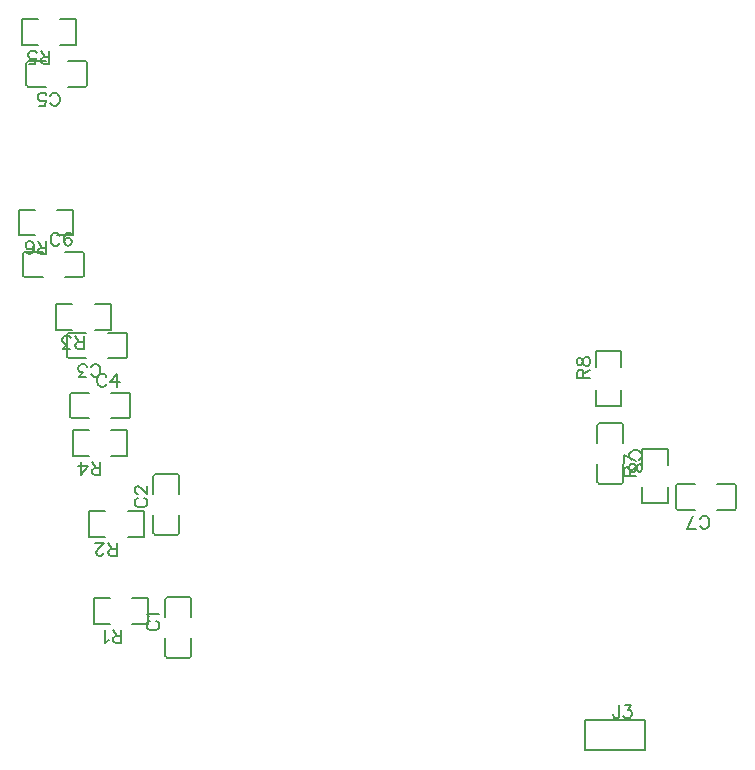
<source format=gto>
G04 Layer: TopSilkscreenLayer*
G04 EasyEDA v6.5.42, 2024-03-15 07:08:18*
G04 07cce05110d743cda764b2ea28b01f41,76978c21ee6b45f5ab94bb382069c2cd,10*
G04 Gerber Generator version 0.2*
G04 Scale: 100 percent, Rotated: No, Reflected: No *
G04 Dimensions in millimeters *
G04 leading zeros omitted , absolute positions ,4 integer and 5 decimal *
%FSLAX45Y45*%
%MOMM*%

%ADD10C,0.1524*%
%ADD11C,0.2030*%
%ADD12C,0.2032*%

%LPD*%
D10*
X8192770Y-6539484D02*
G01*
X8192770Y-6622542D01*
X8187436Y-6638289D01*
X8182356Y-6643370D01*
X8171941Y-6648450D01*
X8161527Y-6648450D01*
X8151113Y-6643370D01*
X8145779Y-6638289D01*
X8140700Y-6622542D01*
X8140700Y-6612128D01*
X8237220Y-6539484D02*
G01*
X8294370Y-6539484D01*
X8263381Y-6581139D01*
X8278875Y-6581139D01*
X8289290Y-6586220D01*
X8294370Y-6591300D01*
X8299704Y-6607047D01*
X8299704Y-6617462D01*
X8294370Y-6632955D01*
X8284209Y-6643370D01*
X8268461Y-6648450D01*
X8252968Y-6648450D01*
X8237220Y-6643370D01*
X8232140Y-6638289D01*
X8227059Y-6627876D01*
X4215891Y-5827521D02*
G01*
X4205477Y-5832855D01*
X4195063Y-5843270D01*
X4189984Y-5853429D01*
X4189984Y-5874257D01*
X4195063Y-5884671D01*
X4205477Y-5895086D01*
X4215891Y-5900420D01*
X4231640Y-5905500D01*
X4257547Y-5905500D01*
X4273041Y-5900420D01*
X4283456Y-5895086D01*
X4293870Y-5884671D01*
X4298950Y-5874257D01*
X4298950Y-5853429D01*
X4293870Y-5843270D01*
X4283456Y-5832855D01*
X4273041Y-5827521D01*
X4210811Y-5793231D02*
G01*
X4205477Y-5782818D01*
X4189984Y-5767323D01*
X4298950Y-5767323D01*
X4114291Y-4786121D02*
G01*
X4103877Y-4791455D01*
X4093463Y-4801870D01*
X4088384Y-4812029D01*
X4088384Y-4832857D01*
X4093463Y-4843271D01*
X4103877Y-4853686D01*
X4114291Y-4859020D01*
X4130040Y-4864100D01*
X4155947Y-4864100D01*
X4171441Y-4859020D01*
X4181856Y-4853686D01*
X4192270Y-4843271D01*
X4197350Y-4832857D01*
X4197350Y-4812029D01*
X4192270Y-4801870D01*
X4181856Y-4791455D01*
X4171441Y-4786121D01*
X4114291Y-4746752D02*
G01*
X4109211Y-4746752D01*
X4098797Y-4741418D01*
X4093463Y-4736337D01*
X4088384Y-4725923D01*
X4088384Y-4705095D01*
X4093463Y-4694681D01*
X4098797Y-4689602D01*
X4109211Y-4684268D01*
X4119625Y-4684268D01*
X4130040Y-4689602D01*
X4145534Y-4700015D01*
X4197350Y-4751831D01*
X4197350Y-4679187D01*
X3975100Y-6008115D02*
G01*
X3975100Y-5899150D01*
X3975100Y-6008115D02*
G01*
X3928363Y-6008115D01*
X3912870Y-6003036D01*
X3907536Y-5997702D01*
X3902456Y-5987287D01*
X3902456Y-5976873D01*
X3907536Y-5966460D01*
X3912870Y-5961379D01*
X3928363Y-5956300D01*
X3975100Y-5956300D01*
X3938777Y-5956300D02*
G01*
X3902456Y-5899150D01*
X3868165Y-5987287D02*
G01*
X3857752Y-5992621D01*
X3842004Y-6008115D01*
X3842004Y-5899150D01*
X3937000Y-5271515D02*
G01*
X3937000Y-5162550D01*
X3937000Y-5271515D02*
G01*
X3890263Y-5271515D01*
X3874770Y-5266436D01*
X3869436Y-5261102D01*
X3864356Y-5250687D01*
X3864356Y-5240273D01*
X3869436Y-5229860D01*
X3874770Y-5224779D01*
X3890263Y-5219700D01*
X3937000Y-5219700D01*
X3900677Y-5219700D02*
G01*
X3864356Y-5162550D01*
X3824731Y-5245607D02*
G01*
X3824731Y-5250687D01*
X3819652Y-5261102D01*
X3814318Y-5266436D01*
X3803904Y-5271515D01*
X3783329Y-5271515D01*
X3772915Y-5266436D01*
X3767581Y-5261102D01*
X3762502Y-5250687D01*
X3762502Y-5240273D01*
X3767581Y-5229860D01*
X3777995Y-5214365D01*
X3830065Y-5162550D01*
X3757168Y-5162550D01*
X3719322Y-3734307D02*
G01*
X3724656Y-3744721D01*
X3735070Y-3755136D01*
X3745229Y-3760215D01*
X3766058Y-3760215D01*
X3776472Y-3755136D01*
X3786886Y-3744721D01*
X3792220Y-3734307D01*
X3797300Y-3718560D01*
X3797300Y-3692652D01*
X3792220Y-3677157D01*
X3786886Y-3666744D01*
X3776472Y-3656329D01*
X3766058Y-3651250D01*
X3745229Y-3651250D01*
X3735070Y-3656329D01*
X3724656Y-3666744D01*
X3719322Y-3677157D01*
X3674618Y-3760215D02*
G01*
X3617468Y-3760215D01*
X3648709Y-3718560D01*
X3633215Y-3718560D01*
X3622802Y-3713479D01*
X3617468Y-3708400D01*
X3612388Y-3692652D01*
X3612388Y-3682237D01*
X3617468Y-3666744D01*
X3627881Y-3656329D01*
X3643629Y-3651250D01*
X3659124Y-3651250D01*
X3674618Y-3656329D01*
X3679952Y-3661410D01*
X3685031Y-3671823D01*
X3849877Y-3758692D02*
G01*
X3844543Y-3748278D01*
X3834129Y-3737863D01*
X3823970Y-3732784D01*
X3803141Y-3732784D01*
X3792727Y-3737863D01*
X3782313Y-3748278D01*
X3776979Y-3758692D01*
X3771900Y-3774439D01*
X3771900Y-3800347D01*
X3776979Y-3815842D01*
X3782313Y-3826255D01*
X3792727Y-3836670D01*
X3803141Y-3841750D01*
X3823970Y-3841750D01*
X3834129Y-3836670D01*
X3844543Y-3826255D01*
X3849877Y-3815842D01*
X3935984Y-3732784D02*
G01*
X3884168Y-3805428D01*
X3962145Y-3805428D01*
X3935984Y-3732784D02*
G01*
X3935984Y-3841750D01*
X3376422Y-1435607D02*
G01*
X3381756Y-1446021D01*
X3392170Y-1456436D01*
X3402329Y-1461515D01*
X3423158Y-1461515D01*
X3433572Y-1456436D01*
X3443986Y-1446021D01*
X3449320Y-1435607D01*
X3454400Y-1419860D01*
X3454400Y-1393952D01*
X3449320Y-1378457D01*
X3443986Y-1368044D01*
X3433572Y-1357629D01*
X3423158Y-1352550D01*
X3402329Y-1352550D01*
X3392170Y-1357629D01*
X3381756Y-1368044D01*
X3376422Y-1378457D01*
X3279902Y-1461515D02*
G01*
X3331718Y-1461515D01*
X3337052Y-1414779D01*
X3331718Y-1419860D01*
X3316224Y-1425194D01*
X3300729Y-1425194D01*
X3284981Y-1419860D01*
X3274568Y-1409700D01*
X3269488Y-1393952D01*
X3269488Y-1383537D01*
X3274568Y-1368044D01*
X3284981Y-1357629D01*
X3300729Y-1352550D01*
X3316224Y-1352550D01*
X3331718Y-1357629D01*
X3337052Y-1362710D01*
X3342131Y-1373123D01*
X3456177Y-2564892D02*
G01*
X3450843Y-2554478D01*
X3440429Y-2544063D01*
X3430270Y-2538984D01*
X3409441Y-2538984D01*
X3399027Y-2544063D01*
X3388613Y-2554478D01*
X3383279Y-2564892D01*
X3378200Y-2580639D01*
X3378200Y-2606547D01*
X3383279Y-2622042D01*
X3388613Y-2632455D01*
X3399027Y-2642870D01*
X3409441Y-2647950D01*
X3430270Y-2647950D01*
X3440429Y-2642870D01*
X3450843Y-2632455D01*
X3456177Y-2622042D01*
X3552697Y-2554478D02*
G01*
X3547618Y-2544063D01*
X3531870Y-2538984D01*
X3521709Y-2538984D01*
X3505961Y-2544063D01*
X3495547Y-2559812D01*
X3490468Y-2585720D01*
X3490468Y-2611628D01*
X3495547Y-2632455D01*
X3505961Y-2642870D01*
X3521709Y-2647950D01*
X3526790Y-2647950D01*
X3542284Y-2642870D01*
X3552697Y-2632455D01*
X3558031Y-2616962D01*
X3558031Y-2611628D01*
X3552697Y-2596134D01*
X3542284Y-2585720D01*
X3526790Y-2580639D01*
X3521709Y-2580639D01*
X3505961Y-2585720D01*
X3495547Y-2596134D01*
X3490468Y-2611628D01*
X3657600Y-3518915D02*
G01*
X3657600Y-3409950D01*
X3657600Y-3518915D02*
G01*
X3610863Y-3518915D01*
X3595370Y-3513836D01*
X3590036Y-3508502D01*
X3584956Y-3498087D01*
X3584956Y-3487673D01*
X3590036Y-3477260D01*
X3595370Y-3472179D01*
X3610863Y-3467100D01*
X3657600Y-3467100D01*
X3621277Y-3467100D02*
G01*
X3584956Y-3409950D01*
X3540252Y-3518915D02*
G01*
X3483102Y-3518915D01*
X3514090Y-3477260D01*
X3498595Y-3477260D01*
X3488181Y-3472179D01*
X3483102Y-3467100D01*
X3477768Y-3451352D01*
X3477768Y-3440937D01*
X3483102Y-3425444D01*
X3493515Y-3415029D01*
X3509009Y-3409950D01*
X3524504Y-3409950D01*
X3540252Y-3415029D01*
X3545331Y-3420110D01*
X3550665Y-3430523D01*
X3797300Y-4585715D02*
G01*
X3797300Y-4476750D01*
X3797300Y-4585715D02*
G01*
X3750563Y-4585715D01*
X3735070Y-4580636D01*
X3729736Y-4575302D01*
X3724656Y-4564887D01*
X3724656Y-4554473D01*
X3729736Y-4544060D01*
X3735070Y-4538979D01*
X3750563Y-4533900D01*
X3797300Y-4533900D01*
X3760977Y-4533900D02*
G01*
X3724656Y-4476750D01*
X3638295Y-4585715D02*
G01*
X3690365Y-4513071D01*
X3612388Y-4513071D01*
X3638295Y-4585715D02*
G01*
X3638295Y-4476750D01*
X3365500Y-1105915D02*
G01*
X3365500Y-996950D01*
X3365500Y-1105915D02*
G01*
X3318763Y-1105915D01*
X3303270Y-1100836D01*
X3297936Y-1095502D01*
X3292856Y-1085087D01*
X3292856Y-1074673D01*
X3297936Y-1064260D01*
X3303270Y-1059179D01*
X3318763Y-1054100D01*
X3365500Y-1054100D01*
X3329177Y-1054100D02*
G01*
X3292856Y-996950D01*
X3196081Y-1105915D02*
G01*
X3248152Y-1105915D01*
X3253231Y-1059179D01*
X3248152Y-1064260D01*
X3232404Y-1069594D01*
X3216909Y-1069594D01*
X3201415Y-1064260D01*
X3191002Y-1054100D01*
X3185668Y-1038352D01*
X3185668Y-1027937D01*
X3191002Y-1012444D01*
X3201415Y-1002029D01*
X3216909Y-996950D01*
X3232404Y-996950D01*
X3248152Y-1002029D01*
X3253231Y-1007110D01*
X3258565Y-1017523D01*
X3340100Y-2718815D02*
G01*
X3340100Y-2609850D01*
X3340100Y-2718815D02*
G01*
X3293363Y-2718815D01*
X3277870Y-2713736D01*
X3272536Y-2708402D01*
X3267456Y-2697987D01*
X3267456Y-2687573D01*
X3272536Y-2677160D01*
X3277870Y-2672079D01*
X3293363Y-2667000D01*
X3340100Y-2667000D01*
X3303777Y-2667000D02*
G01*
X3267456Y-2609850D01*
X3170681Y-2703321D02*
G01*
X3176015Y-2713736D01*
X3191509Y-2718815D01*
X3201924Y-2718815D01*
X3217418Y-2713736D01*
X3227831Y-2697987D01*
X3233165Y-2672079D01*
X3233165Y-2646171D01*
X3227831Y-2625344D01*
X3217418Y-2614929D01*
X3201924Y-2609850D01*
X3196590Y-2609850D01*
X3181095Y-2614929D01*
X3170681Y-2625344D01*
X3165602Y-2640837D01*
X3165602Y-2646171D01*
X3170681Y-2661665D01*
X3181095Y-2672079D01*
X3196590Y-2677160D01*
X3201924Y-2677160D01*
X3217418Y-2672079D01*
X3227831Y-2661665D01*
X3233165Y-2646171D01*
X8875522Y-5017007D02*
G01*
X8880856Y-5027421D01*
X8891270Y-5037836D01*
X8901429Y-5042915D01*
X8922258Y-5042915D01*
X8932672Y-5037836D01*
X8943086Y-5027421D01*
X8948420Y-5017007D01*
X8953500Y-5001260D01*
X8953500Y-4975352D01*
X8948420Y-4959857D01*
X8943086Y-4949444D01*
X8932672Y-4939029D01*
X8922258Y-4933950D01*
X8901429Y-4933950D01*
X8891270Y-4939029D01*
X8880856Y-4949444D01*
X8875522Y-4959857D01*
X8768588Y-5042915D02*
G01*
X8820404Y-4933950D01*
X8841231Y-5042915D02*
G01*
X8768588Y-5042915D01*
X8357108Y-4459478D02*
G01*
X8367522Y-4454144D01*
X8377936Y-4443729D01*
X8383015Y-4433570D01*
X8383015Y-4412742D01*
X8377936Y-4402328D01*
X8367522Y-4391913D01*
X8357108Y-4386579D01*
X8341359Y-4381500D01*
X8315452Y-4381500D01*
X8299958Y-4386579D01*
X8289543Y-4391913D01*
X8279129Y-4402328D01*
X8274050Y-4412742D01*
X8274050Y-4433570D01*
X8279129Y-4443729D01*
X8289543Y-4454144D01*
X8299958Y-4459478D01*
X8383015Y-4519676D02*
G01*
X8377936Y-4504181D01*
X8367522Y-4498847D01*
X8357108Y-4498847D01*
X8346693Y-4504181D01*
X8341359Y-4514595D01*
X8336279Y-4535170D01*
X8331200Y-4550918D01*
X8320786Y-4561331D01*
X8310372Y-4566412D01*
X8294624Y-4566412D01*
X8284209Y-4561331D01*
X8279129Y-4555997D01*
X8274050Y-4540504D01*
X8274050Y-4519676D01*
X8279129Y-4504181D01*
X8284209Y-4498847D01*
X8294624Y-4493768D01*
X8310372Y-4493768D01*
X8320786Y-4498847D01*
X8331200Y-4509262D01*
X8336279Y-4525010D01*
X8341359Y-4545584D01*
X8346693Y-4555997D01*
X8357108Y-4561331D01*
X8367522Y-4561331D01*
X8377936Y-4555997D01*
X8383015Y-4540504D01*
X8383015Y-4519676D01*
X8228584Y-4597400D02*
G01*
X8337550Y-4597400D01*
X8228584Y-4597400D02*
G01*
X8228584Y-4550663D01*
X8233663Y-4535170D01*
X8238997Y-4529836D01*
X8249411Y-4524755D01*
X8259825Y-4524755D01*
X8270240Y-4529836D01*
X8275320Y-4535170D01*
X8280400Y-4550663D01*
X8280400Y-4597400D01*
X8280400Y-4561078D02*
G01*
X8337550Y-4524755D01*
X8228584Y-4417568D02*
G01*
X8337550Y-4469637D01*
X8228584Y-4490465D02*
G01*
X8228584Y-4417568D01*
X7834884Y-3771900D02*
G01*
X7943850Y-3771900D01*
X7834884Y-3771900D02*
G01*
X7834884Y-3725163D01*
X7839963Y-3709670D01*
X7845297Y-3704336D01*
X7855711Y-3699255D01*
X7866125Y-3699255D01*
X7876540Y-3704336D01*
X7881620Y-3709670D01*
X7886700Y-3725163D01*
X7886700Y-3771900D01*
X7886700Y-3735578D02*
G01*
X7943850Y-3699255D01*
X7834884Y-3638804D02*
G01*
X7839963Y-3654552D01*
X7850377Y-3659631D01*
X7860791Y-3659631D01*
X7871206Y-3654552D01*
X7876540Y-3644137D01*
X7881620Y-3623310D01*
X7886700Y-3607815D01*
X7897113Y-3597402D01*
X7907527Y-3592068D01*
X7923275Y-3592068D01*
X7933690Y-3597402D01*
X7938770Y-3602481D01*
X7943850Y-3618229D01*
X7943850Y-3638804D01*
X7938770Y-3654552D01*
X7933690Y-3659631D01*
X7923275Y-3664965D01*
X7907527Y-3664965D01*
X7897113Y-3659631D01*
X7886700Y-3649218D01*
X7881620Y-3633723D01*
X7876540Y-3612895D01*
X7871206Y-3602481D01*
X7860791Y-3597402D01*
X7850377Y-3597402D01*
X7839963Y-3602481D01*
X7834884Y-3618229D01*
X7834884Y-3638804D01*
D11*
X8407400Y-6667500D02*
G01*
X8089900Y-6667500D01*
D12*
X8407400Y-6667500D02*
G01*
X8407400Y-6921500D01*
X7899400Y-6921500D01*
X7899400Y-6667500D01*
X8089900Y-6667500D01*
D10*
X4348439Y-5638980D02*
G01*
X4348439Y-5787478D01*
X4566960Y-5787478D02*
G01*
X4566960Y-5638980D01*
X4551720Y-5623740D02*
G01*
X4363679Y-5623740D01*
X4348439Y-6121219D02*
G01*
X4348439Y-5972721D01*
X4566960Y-5972721D02*
G01*
X4566960Y-6121219D01*
X4551720Y-6136459D02*
G01*
X4363679Y-6136459D01*
X4246839Y-4597580D02*
G01*
X4246839Y-4746078D01*
X4465360Y-4746078D02*
G01*
X4465360Y-4597580D01*
X4450120Y-4582340D02*
G01*
X4262079Y-4582340D01*
X4246839Y-5079819D02*
G01*
X4246839Y-4931321D01*
X4465360Y-4931321D02*
G01*
X4465360Y-5079819D01*
X4450120Y-5095059D02*
G01*
X4262079Y-5095059D01*
X3879979Y-5632490D02*
G01*
X3743987Y-5632490D01*
X3743987Y-5848309D01*
X3879979Y-5848309D01*
X4070220Y-5632490D02*
G01*
X4206212Y-5632490D01*
X4206212Y-5848309D01*
X4070220Y-5848309D01*
X3841879Y-4895890D02*
G01*
X3705887Y-4895890D01*
X3705887Y-5111709D01*
X3841879Y-5111709D01*
X4032120Y-4895890D02*
G01*
X4168112Y-4895890D01*
X4168112Y-5111709D01*
X4032120Y-5111709D01*
X3530780Y-3601760D02*
G01*
X3679278Y-3601760D01*
X3679278Y-3383239D02*
G01*
X3530780Y-3383239D01*
X3515540Y-3398479D02*
G01*
X3515540Y-3586520D01*
X4013019Y-3601760D02*
G01*
X3864521Y-3601760D01*
X3864521Y-3383239D02*
G01*
X4013019Y-3383239D01*
X4028259Y-3398479D02*
G01*
X4028259Y-3586520D01*
X4038419Y-3891239D02*
G01*
X3889921Y-3891239D01*
X3889921Y-4109760D02*
G01*
X4038419Y-4109760D01*
X4053659Y-4094520D02*
G01*
X4053659Y-3906479D01*
X3556180Y-3891239D02*
G01*
X3704678Y-3891239D01*
X3704678Y-4109760D02*
G01*
X3556180Y-4109760D01*
X3540940Y-4094520D02*
G01*
X3540940Y-3906479D01*
X3187880Y-1303060D02*
G01*
X3336378Y-1303060D01*
X3336378Y-1084539D02*
G01*
X3187880Y-1084539D01*
X3172640Y-1099779D02*
G01*
X3172640Y-1287820D01*
X3670119Y-1303060D02*
G01*
X3521621Y-1303060D01*
X3521621Y-1084539D02*
G01*
X3670119Y-1084539D01*
X3685359Y-1099779D02*
G01*
X3685359Y-1287820D01*
X3644719Y-2697439D02*
G01*
X3496221Y-2697439D01*
X3496221Y-2915960D02*
G01*
X3644719Y-2915960D01*
X3659959Y-2900720D02*
G01*
X3659959Y-2712679D01*
X3162480Y-2697439D02*
G01*
X3310978Y-2697439D01*
X3310978Y-2915960D02*
G01*
X3162480Y-2915960D01*
X3147240Y-2900720D02*
G01*
X3147240Y-2712679D01*
X3562479Y-3143290D02*
G01*
X3426487Y-3143290D01*
X3426487Y-3359109D01*
X3562479Y-3359109D01*
X3752720Y-3143290D02*
G01*
X3888712Y-3143290D01*
X3888712Y-3359109D01*
X3752720Y-3359109D01*
X3702179Y-4210090D02*
G01*
X3566187Y-4210090D01*
X3566187Y-4425909D01*
X3702179Y-4425909D01*
X3892420Y-4210090D02*
G01*
X4028412Y-4210090D01*
X4028412Y-4425909D01*
X3892420Y-4425909D01*
X3270379Y-730290D02*
G01*
X3134387Y-730290D01*
X3134387Y-946109D01*
X3270379Y-946109D01*
X3460620Y-730290D02*
G01*
X3596612Y-730290D01*
X3596612Y-946109D01*
X3460620Y-946109D01*
X3244979Y-2343190D02*
G01*
X3108987Y-2343190D01*
X3108987Y-2559009D01*
X3244979Y-2559009D01*
X3435220Y-2343190D02*
G01*
X3571212Y-2343190D01*
X3571212Y-2559009D01*
X3435220Y-2559009D01*
X8686980Y-4884460D02*
G01*
X8835478Y-4884460D01*
X8835478Y-4665939D02*
G01*
X8686980Y-4665939D01*
X8671740Y-4681179D02*
G01*
X8671740Y-4869220D01*
X9169219Y-4884460D02*
G01*
X9020721Y-4884460D01*
X9020721Y-4665939D02*
G01*
X9169219Y-4665939D01*
X9184459Y-4681179D02*
G01*
X9184459Y-4869220D01*
X8224560Y-4648019D02*
G01*
X8224560Y-4499521D01*
X8006039Y-4499521D02*
G01*
X8006039Y-4648019D01*
X8021279Y-4663259D02*
G01*
X8209320Y-4663259D01*
X8224560Y-4165780D02*
G01*
X8224560Y-4314278D01*
X8006039Y-4314278D02*
G01*
X8006039Y-4165780D01*
X8021279Y-4150540D02*
G01*
X8209320Y-4150540D01*
X8604209Y-4502279D02*
G01*
X8604209Y-4366287D01*
X8388390Y-4366287D01*
X8388390Y-4502279D01*
X8604209Y-4692520D02*
G01*
X8604209Y-4828512D01*
X8388390Y-4828512D01*
X8388390Y-4692520D01*
X8210509Y-3676779D02*
G01*
X8210509Y-3540787D01*
X7994690Y-3540787D01*
X7994690Y-3676779D01*
X8210509Y-3867020D02*
G01*
X8210509Y-4003012D01*
X7994690Y-4003012D01*
X7994690Y-3867020D01*
G75*
G01*
X4566961Y-5638980D02*
G03*
X4551721Y-5623740I-15240J0D01*
G75*
G01*
X4363679Y-5623740D02*
G03*
X4348439Y-5638980I0J-15240D01*
G75*
G01*
X4566961Y-6121220D02*
G02*
X4551721Y-6136460I-15240J0D01*
G75*
G01*
X4363679Y-6136460D02*
G02*
X4348439Y-6121220I0J15240D01*
G75*
G01*
X4465361Y-4597580D02*
G03*
X4450121Y-4582340I-15240J0D01*
G75*
G01*
X4262079Y-4582340D02*
G03*
X4246839Y-4597580I0J-15240D01*
G75*
G01*
X4465361Y-5079820D02*
G02*
X4450121Y-5095060I-15240J0D01*
G75*
G01*
X4262079Y-5095060D02*
G02*
X4246839Y-5079820I0J15240D01*
G75*
G01*
X3530780Y-3383239D02*
G03*
X3515540Y-3398479I0J-15240D01*
G75*
G01*
X3515540Y-3586521D02*
G03*
X3530780Y-3601761I15240J0D01*
G75*
G01*
X4013020Y-3383239D02*
G02*
X4028260Y-3398479I0J-15240D01*
G75*
G01*
X4028260Y-3586521D02*
G02*
X4013020Y-3601761I-15240J0D01*
G75*
G01*
X4038420Y-4109761D02*
G03*
X4053660Y-4094521I0J15240D01*
G75*
G01*
X4053660Y-3906479D02*
G03*
X4038420Y-3891239I-15240J0D01*
G75*
G01*
X3556180Y-4109761D02*
G02*
X3540940Y-4094521I0J15240D01*
G75*
G01*
X3540940Y-3906479D02*
G02*
X3556180Y-3891239I15240J0D01*
G75*
G01*
X3187880Y-1084539D02*
G03*
X3172640Y-1099779I0J-15240D01*
G75*
G01*
X3172640Y-1287821D02*
G03*
X3187880Y-1303061I15240J0D01*
G75*
G01*
X3670120Y-1084539D02*
G02*
X3685360Y-1099779I0J-15240D01*
G75*
G01*
X3685360Y-1287821D02*
G02*
X3670120Y-1303061I-15240J0D01*
G75*
G01*
X3644720Y-2915961D02*
G03*
X3659960Y-2900721I0J15240D01*
G75*
G01*
X3659960Y-2712679D02*
G03*
X3644720Y-2697439I-15240J0D01*
G75*
G01*
X3162480Y-2915961D02*
G02*
X3147240Y-2900721I0J15240D01*
G75*
G01*
X3147240Y-2712679D02*
G02*
X3162480Y-2697439I15240J0D01*
G75*
G01*
X8686980Y-4665939D02*
G03*
X8671740Y-4681179I0J-15240D01*
G75*
G01*
X8671740Y-4869221D02*
G03*
X8686980Y-4884461I15240J0D01*
G75*
G01*
X9169220Y-4665939D02*
G02*
X9184460Y-4681179I0J-15240D01*
G75*
G01*
X9184460Y-4869221D02*
G02*
X9169220Y-4884461I-15240J0D01*
G75*
G01*
X8006039Y-4648020D02*
G03*
X8021279Y-4663260I15240J0D01*
G75*
G01*
X8209321Y-4663260D02*
G03*
X8224561Y-4648020I0J15240D01*
G75*
G01*
X8006039Y-4165780D02*
G02*
X8021279Y-4150540I15240J0D01*
G75*
G01*
X8209321Y-4150540D02*
G02*
X8224561Y-4165780I0J-15240D01*
M02*

</source>
